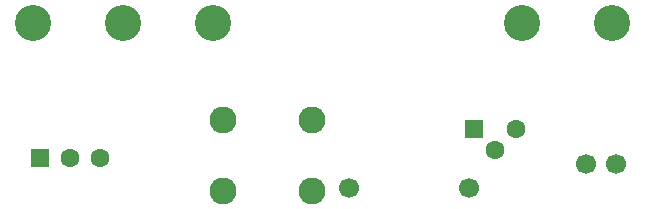
<source format=gbl>
G04 #@! TF.FileFunction,Copper,L2,Bot,Signal*
%FSLAX46Y46*%
G04 Gerber Fmt 4.6, Leading zero omitted, Abs format (unit mm)*
G04 Created by KiCad (PCBNEW 4.0.7) date 01/27/18 21:13:41*
%MOMM*%
%LPD*%
G01*
G04 APERTURE LIST*
%ADD10C,0.150000*%
%ADD11C,3.048000*%
%ADD12C,2.286000*%
%ADD13C,1.700000*%
%ADD14R,1.500000X1.500000*%
%ADD15C,1.600000*%
G04 APERTURE END LIST*
D10*
D11*
X146177000Y-106045000D03*
X138557000Y-106045000D03*
X130937000Y-106045000D03*
X172339000Y-106045000D03*
X179959000Y-106045000D03*
D12*
X154500000Y-114250000D03*
X154500000Y-120250000D03*
X147000000Y-114250000D03*
X147000000Y-120250000D03*
D13*
X177730000Y-118000000D03*
X180270000Y-118000000D03*
D14*
X168203949Y-115000000D03*
D15*
X170000000Y-116796051D03*
X171796051Y-115000000D03*
D13*
X157670000Y-120000000D03*
X167830000Y-120000000D03*
D14*
X131460000Y-117500000D03*
D15*
X134000000Y-117500000D03*
X136540000Y-117500000D03*
M02*

</source>
